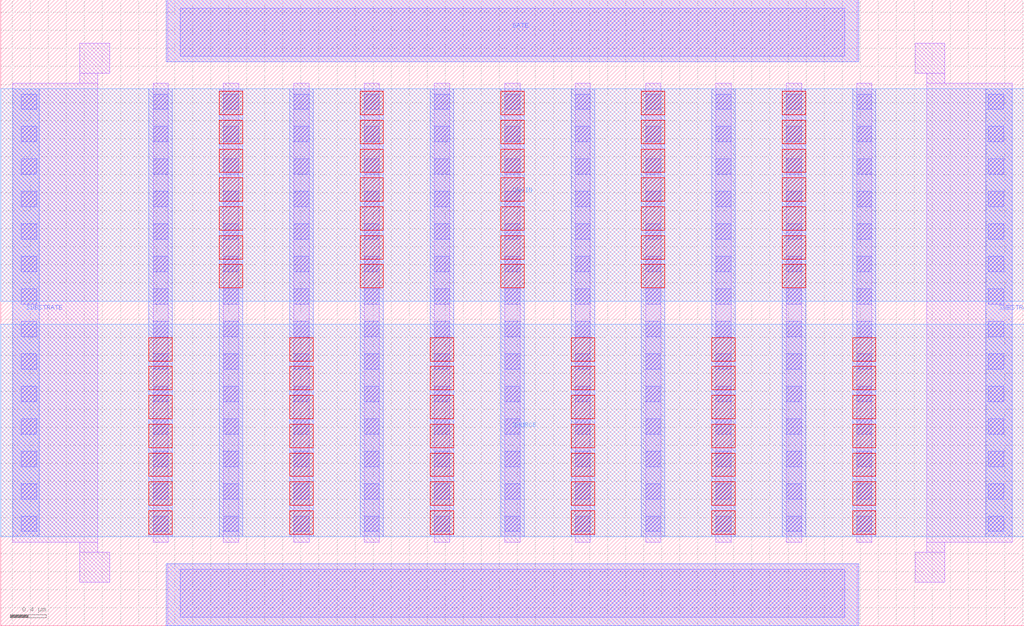
<source format=lef>
# Copyright 2020 The SkyWater PDK Authors
#
# Licensed under the Apache License, Version 2.0 (the "License");
# you may not use this file except in compliance with the License.
# You may obtain a copy of the License at
#
#     https://www.apache.org/licenses/LICENSE-2.0
#
# Unless required by applicable law or agreed to in writing, software
# distributed under the License is distributed on an "AS IS" BASIS,
# WITHOUT WARRANTIES OR CONDITIONS OF ANY KIND, either express or implied.
# See the License for the specific language governing permissions and
# limitations under the License.
#
# SPDX-License-Identifier: Apache-2.0

VERSION 5.7 ;
  NOWIREEXTENSIONATPIN ON ;
  DIVIDERCHAR "/" ;
  BUSBITCHARS "[]" ;
MACRO sky130_fd_pr__rf_nfet_g5v0d10v5_bM10W5p00L0p50
  CLASS BLOCK ;
  FOREIGN sky130_fd_pr__rf_nfet_g5v0d10v5_bM10W5p00L0p50 ;
  ORIGIN -0.070000  0.000000 ;
  SIZE  11.35000 BY  6.940000 ;
  PIN DRAIN
    ANTENNADIFFAREA  7.070000 ;
    PORT
      LAYER met2 ;
        RECT 0.070000 3.595000 11.420000 5.955000 ;
    END
  END DRAIN
  PIN GATE
    ANTENNAGATEAREA  25.25000 ;
    PORT
      LAYER met1 ;
        RECT 1.905000 0.000000 9.585000 0.685000 ;
        RECT 1.905000 6.255000 9.585000 6.940000 ;
    END
  END GATE
  PIN SOURCE
    ANTENNADIFFAREA  8.484000 ;
    PORT
      LAYER met2 ;
        RECT 0.070000 0.985000 11.420000 3.345000 ;
    END
  END SOURCE
  PIN SUBSTRATE
    ANTENNADIFFAREA  5.050000 ;
    ANTENNAGATEAREA  2.525000 ;
    PORT
      LAYER met1 ;
        RECT 0.205000 0.985000 0.500000 5.955000 ;
    END
    PORT
      LAYER met1 ;
        RECT 10.990000 0.985000 11.285000 5.955000 ;
    END
  END SUBSTRATE
  OBS
    LAYER li1 ;
      RECT  0.205000 0.925000  1.150000 6.015000 ;
      RECT  0.950000 0.485000  1.280000 0.815000 ;
      RECT  0.950000 0.815000  1.150000 0.925000 ;
      RECT  0.950000 6.015000  1.150000 6.125000 ;
      RECT  0.950000 6.125000  1.280000 6.455000 ;
      RECT  1.760000 0.925000  1.930000 6.015000 ;
      RECT  1.925000 0.000000  9.565000 0.685000 ;
      RECT  1.925000 6.255000  9.565000 6.940000 ;
      RECT  2.540000 0.925000  2.710000 6.015000 ;
      RECT  3.320000 0.925000  3.490000 6.015000 ;
      RECT  4.100000 0.925000  4.270000 6.015000 ;
      RECT  4.880000 0.925000  5.050000 6.015000 ;
      RECT  5.660000 0.925000  5.830000 6.015000 ;
      RECT  6.440000 0.925000  6.610000 6.015000 ;
      RECT  7.220000 0.925000  7.390000 6.015000 ;
      RECT  8.000000 0.925000  8.170000 6.015000 ;
      RECT  8.780000 0.925000  8.950000 6.015000 ;
      RECT  9.560000 0.925000  9.730000 6.015000 ;
      RECT 10.210000 0.485000 10.540000 0.815000 ;
      RECT 10.210000 6.125000 10.540000 6.455000 ;
      RECT 10.340000 0.815000 10.540000 0.925000 ;
      RECT 10.340000 0.925000 11.285000 6.015000 ;
      RECT 10.340000 6.015000 10.540000 6.125000 ;
    LAYER mcon ;
      RECT  0.300000 1.045000  0.470000 1.215000 ;
      RECT  0.300000 1.405000  0.470000 1.575000 ;
      RECT  0.300000 1.765000  0.470000 1.935000 ;
      RECT  0.300000 2.125000  0.470000 2.295000 ;
      RECT  0.300000 2.485000  0.470000 2.655000 ;
      RECT  0.300000 2.845000  0.470000 3.015000 ;
      RECT  0.300000 3.205000  0.470000 3.375000 ;
      RECT  0.300000 3.565000  0.470000 3.735000 ;
      RECT  0.300000 3.925000  0.470000 4.095000 ;
      RECT  0.300000 4.285000  0.470000 4.455000 ;
      RECT  0.300000 4.645000  0.470000 4.815000 ;
      RECT  0.300000 5.005000  0.470000 5.175000 ;
      RECT  0.300000 5.365000  0.470000 5.535000 ;
      RECT  0.300000 5.725000  0.470000 5.895000 ;
      RECT  1.760000 1.045000  1.930000 1.215000 ;
      RECT  1.760000 1.405000  1.930000 1.575000 ;
      RECT  1.760000 1.765000  1.930000 1.935000 ;
      RECT  1.760000 2.125000  1.930000 2.295000 ;
      RECT  1.760000 2.485000  1.930000 2.655000 ;
      RECT  1.760000 2.845000  1.930000 3.015000 ;
      RECT  1.760000 3.205000  1.930000 3.375000 ;
      RECT  1.760000 3.565000  1.930000 3.735000 ;
      RECT  1.760000 3.925000  1.930000 4.095000 ;
      RECT  1.760000 4.285000  1.930000 4.455000 ;
      RECT  1.760000 4.645000  1.930000 4.815000 ;
      RECT  1.760000 5.005000  1.930000 5.175000 ;
      RECT  1.760000 5.365000  1.930000 5.535000 ;
      RECT  1.760000 5.725000  1.930000 5.895000 ;
      RECT  2.060000 0.095000  9.430000 0.625000 ;
      RECT  2.060000 6.315000  9.430000 6.845000 ;
      RECT  2.540000 1.045000  2.710000 1.215000 ;
      RECT  2.540000 1.405000  2.710000 1.575000 ;
      RECT  2.540000 1.765000  2.710000 1.935000 ;
      RECT  2.540000 2.125000  2.710000 2.295000 ;
      RECT  2.540000 2.485000  2.710000 2.655000 ;
      RECT  2.540000 2.845000  2.710000 3.015000 ;
      RECT  2.540000 3.205000  2.710000 3.375000 ;
      RECT  2.540000 3.565000  2.710000 3.735000 ;
      RECT  2.540000 3.925000  2.710000 4.095000 ;
      RECT  2.540000 4.285000  2.710000 4.455000 ;
      RECT  2.540000 4.645000  2.710000 4.815000 ;
      RECT  2.540000 5.005000  2.710000 5.175000 ;
      RECT  2.540000 5.365000  2.710000 5.535000 ;
      RECT  2.540000 5.725000  2.710000 5.895000 ;
      RECT  3.320000 1.045000  3.490000 1.215000 ;
      RECT  3.320000 1.405000  3.490000 1.575000 ;
      RECT  3.320000 1.765000  3.490000 1.935000 ;
      RECT  3.320000 2.125000  3.490000 2.295000 ;
      RECT  3.320000 2.485000  3.490000 2.655000 ;
      RECT  3.320000 2.845000  3.490000 3.015000 ;
      RECT  3.320000 3.205000  3.490000 3.375000 ;
      RECT  3.320000 3.565000  3.490000 3.735000 ;
      RECT  3.320000 3.925000  3.490000 4.095000 ;
      RECT  3.320000 4.285000  3.490000 4.455000 ;
      RECT  3.320000 4.645000  3.490000 4.815000 ;
      RECT  3.320000 5.005000  3.490000 5.175000 ;
      RECT  3.320000 5.365000  3.490000 5.535000 ;
      RECT  3.320000 5.725000  3.490000 5.895000 ;
      RECT  4.100000 1.045000  4.270000 1.215000 ;
      RECT  4.100000 1.405000  4.270000 1.575000 ;
      RECT  4.100000 1.765000  4.270000 1.935000 ;
      RECT  4.100000 2.125000  4.270000 2.295000 ;
      RECT  4.100000 2.485000  4.270000 2.655000 ;
      RECT  4.100000 2.845000  4.270000 3.015000 ;
      RECT  4.100000 3.205000  4.270000 3.375000 ;
      RECT  4.100000 3.565000  4.270000 3.735000 ;
      RECT  4.100000 3.925000  4.270000 4.095000 ;
      RECT  4.100000 4.285000  4.270000 4.455000 ;
      RECT  4.100000 4.645000  4.270000 4.815000 ;
      RECT  4.100000 5.005000  4.270000 5.175000 ;
      RECT  4.100000 5.365000  4.270000 5.535000 ;
      RECT  4.100000 5.725000  4.270000 5.895000 ;
      RECT  4.880000 1.045000  5.050000 1.215000 ;
      RECT  4.880000 1.405000  5.050000 1.575000 ;
      RECT  4.880000 1.765000  5.050000 1.935000 ;
      RECT  4.880000 2.125000  5.050000 2.295000 ;
      RECT  4.880000 2.485000  5.050000 2.655000 ;
      RECT  4.880000 2.845000  5.050000 3.015000 ;
      RECT  4.880000 3.205000  5.050000 3.375000 ;
      RECT  4.880000 3.565000  5.050000 3.735000 ;
      RECT  4.880000 3.925000  5.050000 4.095000 ;
      RECT  4.880000 4.285000  5.050000 4.455000 ;
      RECT  4.880000 4.645000  5.050000 4.815000 ;
      RECT  4.880000 5.005000  5.050000 5.175000 ;
      RECT  4.880000 5.365000  5.050000 5.535000 ;
      RECT  4.880000 5.725000  5.050000 5.895000 ;
      RECT  5.660000 1.045000  5.830000 1.215000 ;
      RECT  5.660000 1.405000  5.830000 1.575000 ;
      RECT  5.660000 1.765000  5.830000 1.935000 ;
      RECT  5.660000 2.125000  5.830000 2.295000 ;
      RECT  5.660000 2.485000  5.830000 2.655000 ;
      RECT  5.660000 2.845000  5.830000 3.015000 ;
      RECT  5.660000 3.205000  5.830000 3.375000 ;
      RECT  5.660000 3.565000  5.830000 3.735000 ;
      RECT  5.660000 3.925000  5.830000 4.095000 ;
      RECT  5.660000 4.285000  5.830000 4.455000 ;
      RECT  5.660000 4.645000  5.830000 4.815000 ;
      RECT  5.660000 5.005000  5.830000 5.175000 ;
      RECT  5.660000 5.365000  5.830000 5.535000 ;
      RECT  5.660000 5.725000  5.830000 5.895000 ;
      RECT  6.440000 1.045000  6.610000 1.215000 ;
      RECT  6.440000 1.405000  6.610000 1.575000 ;
      RECT  6.440000 1.765000  6.610000 1.935000 ;
      RECT  6.440000 2.125000  6.610000 2.295000 ;
      RECT  6.440000 2.485000  6.610000 2.655000 ;
      RECT  6.440000 2.845000  6.610000 3.015000 ;
      RECT  6.440000 3.205000  6.610000 3.375000 ;
      RECT  6.440000 3.565000  6.610000 3.735000 ;
      RECT  6.440000 3.925000  6.610000 4.095000 ;
      RECT  6.440000 4.285000  6.610000 4.455000 ;
      RECT  6.440000 4.645000  6.610000 4.815000 ;
      RECT  6.440000 5.005000  6.610000 5.175000 ;
      RECT  6.440000 5.365000  6.610000 5.535000 ;
      RECT  6.440000 5.725000  6.610000 5.895000 ;
      RECT  7.220000 1.045000  7.390000 1.215000 ;
      RECT  7.220000 1.405000  7.390000 1.575000 ;
      RECT  7.220000 1.765000  7.390000 1.935000 ;
      RECT  7.220000 2.125000  7.390000 2.295000 ;
      RECT  7.220000 2.485000  7.390000 2.655000 ;
      RECT  7.220000 2.845000  7.390000 3.015000 ;
      RECT  7.220000 3.205000  7.390000 3.375000 ;
      RECT  7.220000 3.565000  7.390000 3.735000 ;
      RECT  7.220000 3.925000  7.390000 4.095000 ;
      RECT  7.220000 4.285000  7.390000 4.455000 ;
      RECT  7.220000 4.645000  7.390000 4.815000 ;
      RECT  7.220000 5.005000  7.390000 5.175000 ;
      RECT  7.220000 5.365000  7.390000 5.535000 ;
      RECT  7.220000 5.725000  7.390000 5.895000 ;
      RECT  8.000000 1.045000  8.170000 1.215000 ;
      RECT  8.000000 1.405000  8.170000 1.575000 ;
      RECT  8.000000 1.765000  8.170000 1.935000 ;
      RECT  8.000000 2.125000  8.170000 2.295000 ;
      RECT  8.000000 2.485000  8.170000 2.655000 ;
      RECT  8.000000 2.845000  8.170000 3.015000 ;
      RECT  8.000000 3.205000  8.170000 3.375000 ;
      RECT  8.000000 3.565000  8.170000 3.735000 ;
      RECT  8.000000 3.925000  8.170000 4.095000 ;
      RECT  8.000000 4.285000  8.170000 4.455000 ;
      RECT  8.000000 4.645000  8.170000 4.815000 ;
      RECT  8.000000 5.005000  8.170000 5.175000 ;
      RECT  8.000000 5.365000  8.170000 5.535000 ;
      RECT  8.000000 5.725000  8.170000 5.895000 ;
      RECT  8.780000 1.045000  8.950000 1.215000 ;
      RECT  8.780000 1.405000  8.950000 1.575000 ;
      RECT  8.780000 1.765000  8.950000 1.935000 ;
      RECT  8.780000 2.125000  8.950000 2.295000 ;
      RECT  8.780000 2.485000  8.950000 2.655000 ;
      RECT  8.780000 2.845000  8.950000 3.015000 ;
      RECT  8.780000 3.205000  8.950000 3.375000 ;
      RECT  8.780000 3.565000  8.950000 3.735000 ;
      RECT  8.780000 3.925000  8.950000 4.095000 ;
      RECT  8.780000 4.285000  8.950000 4.455000 ;
      RECT  8.780000 4.645000  8.950000 4.815000 ;
      RECT  8.780000 5.005000  8.950000 5.175000 ;
      RECT  8.780000 5.365000  8.950000 5.535000 ;
      RECT  8.780000 5.725000  8.950000 5.895000 ;
      RECT  9.560000 1.045000  9.730000 1.215000 ;
      RECT  9.560000 1.405000  9.730000 1.575000 ;
      RECT  9.560000 1.765000  9.730000 1.935000 ;
      RECT  9.560000 2.125000  9.730000 2.295000 ;
      RECT  9.560000 2.485000  9.730000 2.655000 ;
      RECT  9.560000 2.845000  9.730000 3.015000 ;
      RECT  9.560000 3.205000  9.730000 3.375000 ;
      RECT  9.560000 3.565000  9.730000 3.735000 ;
      RECT  9.560000 3.925000  9.730000 4.095000 ;
      RECT  9.560000 4.285000  9.730000 4.455000 ;
      RECT  9.560000 4.645000  9.730000 4.815000 ;
      RECT  9.560000 5.005000  9.730000 5.175000 ;
      RECT  9.560000 5.365000  9.730000 5.535000 ;
      RECT  9.560000 5.725000  9.730000 5.895000 ;
      RECT 11.020000 1.045000 11.190000 1.215000 ;
      RECT 11.020000 1.405000 11.190000 1.575000 ;
      RECT 11.020000 1.765000 11.190000 1.935000 ;
      RECT 11.020000 2.125000 11.190000 2.295000 ;
      RECT 11.020000 2.485000 11.190000 2.655000 ;
      RECT 11.020000 2.845000 11.190000 3.015000 ;
      RECT 11.020000 3.205000 11.190000 3.375000 ;
      RECT 11.020000 3.565000 11.190000 3.735000 ;
      RECT 11.020000 3.925000 11.190000 4.095000 ;
      RECT 11.020000 4.285000 11.190000 4.455000 ;
      RECT 11.020000 4.645000 11.190000 4.815000 ;
      RECT 11.020000 5.005000 11.190000 5.175000 ;
      RECT 11.020000 5.365000 11.190000 5.535000 ;
      RECT 11.020000 5.725000 11.190000 5.895000 ;
    LAYER met1 ;
      RECT 1.715000 0.985000 1.975000 5.955000 ;
      RECT 2.495000 0.985000 2.755000 5.955000 ;
      RECT 3.275000 0.985000 3.535000 5.955000 ;
      RECT 4.055000 0.985000 4.315000 5.955000 ;
      RECT 4.835000 0.985000 5.095000 5.955000 ;
      RECT 5.615000 0.985000 5.875000 5.955000 ;
      RECT 6.395000 0.985000 6.655000 5.955000 ;
      RECT 7.175000 0.985000 7.435000 5.955000 ;
      RECT 7.955000 0.985000 8.215000 5.955000 ;
      RECT 8.735000 0.985000 8.995000 5.955000 ;
      RECT 9.515000 0.985000 9.775000 5.955000 ;
    LAYER via ;
      RECT 1.715000 1.015000 1.975000 1.275000 ;
      RECT 1.715000 1.335000 1.975000 1.595000 ;
      RECT 1.715000 1.655000 1.975000 1.915000 ;
      RECT 1.715000 1.975000 1.975000 2.235000 ;
      RECT 1.715000 2.295000 1.975000 2.555000 ;
      RECT 1.715000 2.615000 1.975000 2.875000 ;
      RECT 1.715000 2.935000 1.975000 3.195000 ;
      RECT 2.495000 3.745000 2.755000 4.005000 ;
      RECT 2.495000 4.065000 2.755000 4.325000 ;
      RECT 2.495000 4.385000 2.755000 4.645000 ;
      RECT 2.495000 4.705000 2.755000 4.965000 ;
      RECT 2.495000 5.025000 2.755000 5.285000 ;
      RECT 2.495000 5.345000 2.755000 5.605000 ;
      RECT 2.495000 5.665000 2.755000 5.925000 ;
      RECT 3.275000 1.015000 3.535000 1.275000 ;
      RECT 3.275000 1.335000 3.535000 1.595000 ;
      RECT 3.275000 1.655000 3.535000 1.915000 ;
      RECT 3.275000 1.975000 3.535000 2.235000 ;
      RECT 3.275000 2.295000 3.535000 2.555000 ;
      RECT 3.275000 2.615000 3.535000 2.875000 ;
      RECT 3.275000 2.935000 3.535000 3.195000 ;
      RECT 4.055000 3.745000 4.315000 4.005000 ;
      RECT 4.055000 4.065000 4.315000 4.325000 ;
      RECT 4.055000 4.385000 4.315000 4.645000 ;
      RECT 4.055000 4.705000 4.315000 4.965000 ;
      RECT 4.055000 5.025000 4.315000 5.285000 ;
      RECT 4.055000 5.345000 4.315000 5.605000 ;
      RECT 4.055000 5.665000 4.315000 5.925000 ;
      RECT 4.835000 1.015000 5.095000 1.275000 ;
      RECT 4.835000 1.335000 5.095000 1.595000 ;
      RECT 4.835000 1.655000 5.095000 1.915000 ;
      RECT 4.835000 1.975000 5.095000 2.235000 ;
      RECT 4.835000 2.295000 5.095000 2.555000 ;
      RECT 4.835000 2.615000 5.095000 2.875000 ;
      RECT 4.835000 2.935000 5.095000 3.195000 ;
      RECT 5.615000 3.745000 5.875000 4.005000 ;
      RECT 5.615000 4.065000 5.875000 4.325000 ;
      RECT 5.615000 4.385000 5.875000 4.645000 ;
      RECT 5.615000 4.705000 5.875000 4.965000 ;
      RECT 5.615000 5.025000 5.875000 5.285000 ;
      RECT 5.615000 5.345000 5.875000 5.605000 ;
      RECT 5.615000 5.665000 5.875000 5.925000 ;
      RECT 6.395000 1.015000 6.655000 1.275000 ;
      RECT 6.395000 1.335000 6.655000 1.595000 ;
      RECT 6.395000 1.655000 6.655000 1.915000 ;
      RECT 6.395000 1.975000 6.655000 2.235000 ;
      RECT 6.395000 2.295000 6.655000 2.555000 ;
      RECT 6.395000 2.615000 6.655000 2.875000 ;
      RECT 6.395000 2.935000 6.655000 3.195000 ;
      RECT 7.175000 3.745000 7.435000 4.005000 ;
      RECT 7.175000 4.065000 7.435000 4.325000 ;
      RECT 7.175000 4.385000 7.435000 4.645000 ;
      RECT 7.175000 4.705000 7.435000 4.965000 ;
      RECT 7.175000 5.025000 7.435000 5.285000 ;
      RECT 7.175000 5.345000 7.435000 5.605000 ;
      RECT 7.175000 5.665000 7.435000 5.925000 ;
      RECT 7.955000 1.015000 8.215000 1.275000 ;
      RECT 7.955000 1.335000 8.215000 1.595000 ;
      RECT 7.955000 1.655000 8.215000 1.915000 ;
      RECT 7.955000 1.975000 8.215000 2.235000 ;
      RECT 7.955000 2.295000 8.215000 2.555000 ;
      RECT 7.955000 2.615000 8.215000 2.875000 ;
      RECT 7.955000 2.935000 8.215000 3.195000 ;
      RECT 8.735000 3.745000 8.995000 4.005000 ;
      RECT 8.735000 4.065000 8.995000 4.325000 ;
      RECT 8.735000 4.385000 8.995000 4.645000 ;
      RECT 8.735000 4.705000 8.995000 4.965000 ;
      RECT 8.735000 5.025000 8.995000 5.285000 ;
      RECT 8.735000 5.345000 8.995000 5.605000 ;
      RECT 8.735000 5.665000 8.995000 5.925000 ;
      RECT 9.515000 1.015000 9.775000 1.275000 ;
      RECT 9.515000 1.335000 9.775000 1.595000 ;
      RECT 9.515000 1.655000 9.775000 1.915000 ;
      RECT 9.515000 1.975000 9.775000 2.235000 ;
      RECT 9.515000 2.295000 9.775000 2.555000 ;
      RECT 9.515000 2.615000 9.775000 2.875000 ;
      RECT 9.515000 2.935000 9.775000 3.195000 ;
  END
END sky130_fd_pr__rf_nfet_g5v0d10v5_bM10W5p00L0p50
END LIBRARY

</source>
